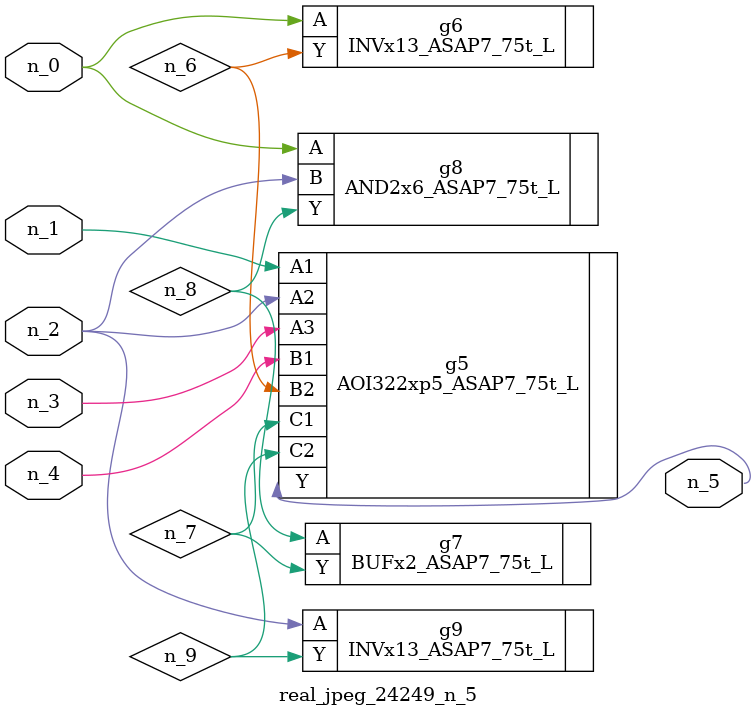
<source format=v>
module real_jpeg_24249_n_5 (n_4, n_0, n_1, n_2, n_3, n_5);

input n_4;
input n_0;
input n_1;
input n_2;
input n_3;

output n_5;

wire n_8;
wire n_6;
wire n_7;
wire n_9;

INVx13_ASAP7_75t_L g6 ( 
.A(n_0),
.Y(n_6)
);

AND2x6_ASAP7_75t_L g8 ( 
.A(n_0),
.B(n_2),
.Y(n_8)
);

AOI322xp5_ASAP7_75t_L g5 ( 
.A1(n_1),
.A2(n_2),
.A3(n_3),
.B1(n_4),
.B2(n_6),
.C1(n_7),
.C2(n_9),
.Y(n_5)
);

INVx13_ASAP7_75t_L g9 ( 
.A(n_2),
.Y(n_9)
);

BUFx2_ASAP7_75t_L g7 ( 
.A(n_8),
.Y(n_7)
);


endmodule
</source>
